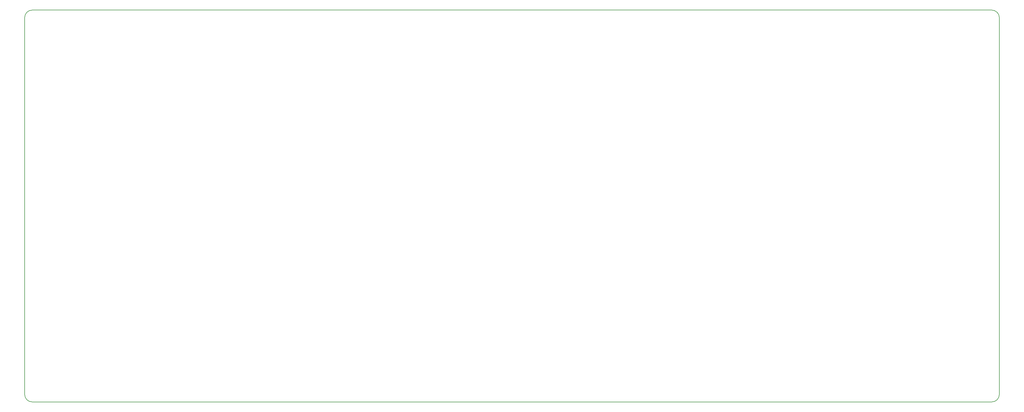
<source format=gbr>
G04 #@! TF.GenerationSoftware,KiCad,Pcbnew,(5.1.7)-1*
G04 #@! TF.CreationDate,2020-11-23T21:39:07-05:00*
G04 #@! TF.ProjectId,Ganjing keyboard,47616e6a-696e-4672-906b-6579626f6172,rev?*
G04 #@! TF.SameCoordinates,Original*
G04 #@! TF.FileFunction,Profile,NP*
%FSLAX46Y46*%
G04 Gerber Fmt 4.6, Leading zero omitted, Abs format (unit mm)*
G04 Created by KiCad (PCBNEW (5.1.7)-1) date 2020-11-23 21:39:07*
%MOMM*%
%LPD*%
G01*
G04 APERTURE LIST*
G04 #@! TA.AperFunction,Profile*
%ADD10C,0.150000*%
G04 #@! TD*
G04 APERTURE END LIST*
D10*
X361950000Y-96267531D02*
G75*
G02*
X364331250Y-98648781I0J-2381250D01*
G01*
X59531250Y-98648781D02*
G75*
G02*
X61912500Y-96267531I2381250J0D01*
G01*
X61912500Y-96267531D02*
X361950000Y-96267531D01*
X61912500Y-219075000D02*
X361950000Y-219075000D01*
X61912500Y-219075000D02*
G75*
G02*
X59531250Y-216693750I0J2381250D01*
G01*
X364331250Y-216693750D02*
G75*
G02*
X361950000Y-219075000I-2381250J0D01*
G01*
X364331250Y-216693750D02*
X364331250Y-98648781D01*
X59531250Y-216693750D02*
X59531250Y-98648781D01*
M02*

</source>
